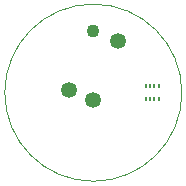
<source format=gbr>
%TF.GenerationSoftware,KiCad,Pcbnew,9.0.0*%
%TF.CreationDate,2025-03-13T15:55:57-04:00*%
%TF.ProjectId,IngestibleCapsule-Board,496e6765-7374-4696-926c-654361707375,rev?*%
%TF.SameCoordinates,Original*%
%TF.FileFunction,Soldermask,Bot*%
%TF.FilePolarity,Negative*%
%FSLAX46Y46*%
G04 Gerber Fmt 4.6, Leading zero omitted, Abs format (unit mm)*
G04 Created by KiCad (PCBNEW 9.0.0) date 2025-03-13 15:55:57*
%MOMM*%
%LPD*%
G01*
G04 APERTURE LIST*
%ADD10R,0.230000X0.350000*%
%ADD11C,1.350000*%
%ADD12C,1.100000*%
%TA.AperFunction,Profile*%
%ADD13C,0.050000*%
%TD*%
G04 APERTURE END LIST*
D10*
%TO.C,J3*%
X104475000Y-94425000D03*
X104475000Y-95575000D03*
X104824999Y-94425000D03*
X104824999Y-95575000D03*
X105175001Y-94425000D03*
X105175001Y-95575000D03*
X105525000Y-94425000D03*
X105525000Y-95575000D03*
%TD*%
D11*
%TO.C,U2*%
X100000000Y-95600000D03*
X102065000Y-90615000D03*
D12*
X100000000Y-89760000D03*
D11*
X97935000Y-94745000D03*
%TD*%
D13*
X107500000Y-95000000D02*
G75*
G02*
X92500000Y-95000000I-7500000J0D01*
G01*
X92500000Y-95000000D02*
G75*
G02*
X107500000Y-95000000I7500000J0D01*
G01*
M02*

</source>
